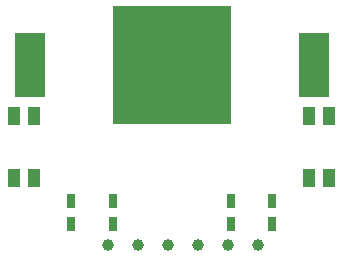
<source format=gts>
G04 #@! TF.FileFunction,Soldermask,Top*
%FSLAX46Y46*%
G04 Gerber Fmt 4.6, Leading zero omitted, Abs format (unit mm)*
G04 Created by KiCad (PCBNEW 4.0.7) date 08/25/18 22:55:38*
%MOMM*%
%LPD*%
G01*
G04 APERTURE LIST*
%ADD10C,0.100000*%
%ADD11R,2.500000X5.500000*%
%ADD12R,10.000000X10.000000*%
%ADD13R,0.750000X1.200000*%
%ADD14C,1.000000*%
%ADD15R,1.000000X1.550000*%
G04 APERTURE END LIST*
D10*
D11*
X149500000Y-96500000D03*
X125500000Y-96500000D03*
D12*
X137500000Y-96500000D03*
D13*
X146000000Y-109950000D03*
X146000000Y-108050000D03*
X142500000Y-109950000D03*
X142500000Y-108050000D03*
X132500000Y-109950000D03*
X132500000Y-108050000D03*
X129000000Y-109950000D03*
X129000000Y-108050000D03*
D14*
X139700000Y-111760000D03*
X137160000Y-111760000D03*
X132080000Y-111760000D03*
X144780000Y-111760000D03*
X142240000Y-111760000D03*
X134620000Y-111760000D03*
D15*
X149150000Y-106125000D03*
X149150000Y-100875000D03*
X150850000Y-100875000D03*
X150850000Y-106125000D03*
X125850000Y-100875000D03*
X125850000Y-106125000D03*
X124150000Y-106125000D03*
X124150000Y-100875000D03*
M02*

</source>
